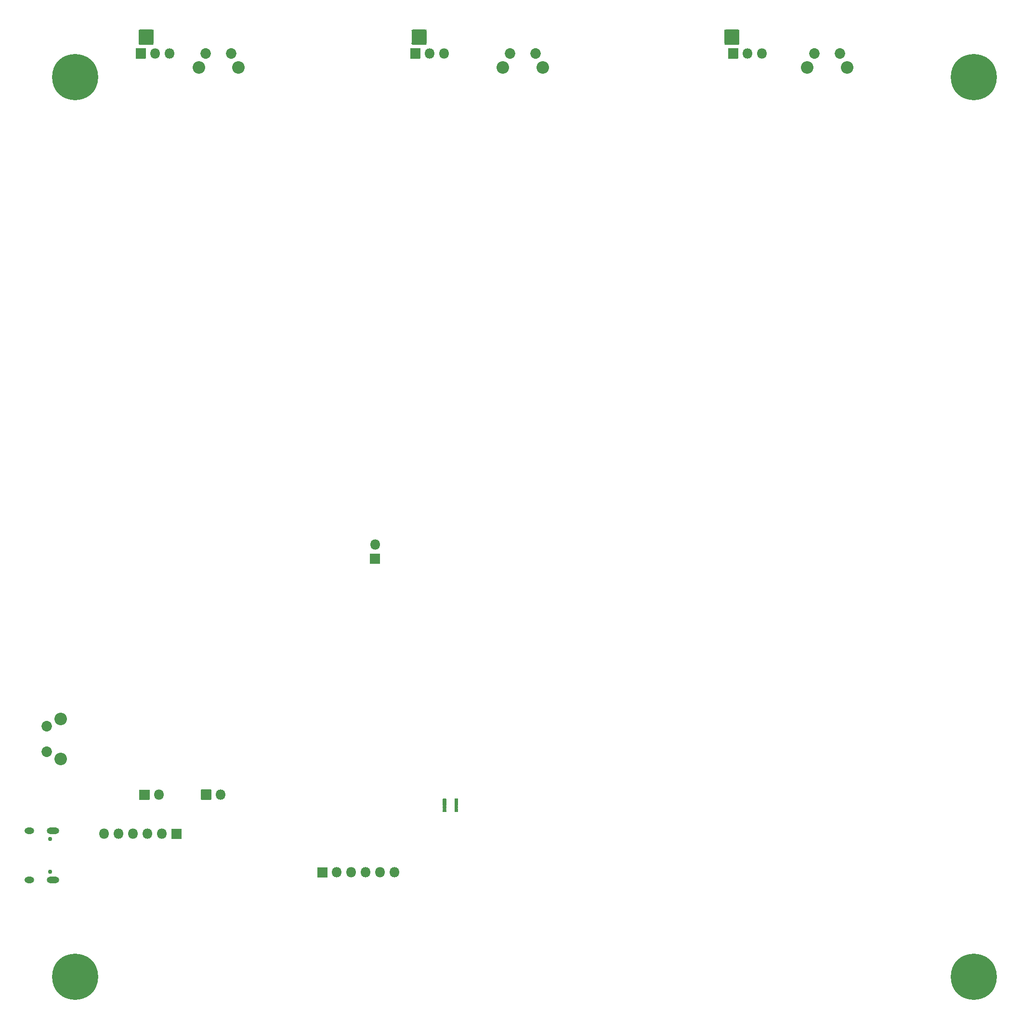
<source format=gbr>
G04 #@! TF.GenerationSoftware,KiCad,Pcbnew,(5.1.9)-1*
G04 #@! TF.CreationDate,2021-02-28T22:53:05+01:00*
G04 #@! TF.ProjectId,DPCM-map,4450434d-2d6d-4617-902e-6b696361645f,rev?*
G04 #@! TF.SameCoordinates,Original*
G04 #@! TF.FileFunction,Soldermask,Bot*
G04 #@! TF.FilePolarity,Negative*
%FSLAX46Y46*%
G04 Gerber Fmt 4.6, Leading zero omitted, Abs format (unit mm)*
G04 Created by KiCad (PCBNEW (5.1.9)-1) date 2021-02-28 22:53:05*
%MOMM*%
%LPD*%
G01*
G04 APERTURE LIST*
%ADD10O,1.802000X1.802000*%
%ADD11C,1.002000*%
%ADD12C,8.102000*%
%ADD13C,2.202000*%
%ADD14C,1.852000*%
%ADD15O,2.202000X1.102000*%
%ADD16C,0.752000*%
%ADD17O,1.702000X1.102000*%
%ADD18C,0.100000*%
G04 APERTURE END LIST*
G36*
G01*
X185174000Y-187190000D02*
X185174000Y-186840000D01*
G75*
G02*
X185225000Y-186789000I51000J0D01*
G01*
X185725000Y-186789000D01*
G75*
G02*
X185776000Y-186840000I0J-51000D01*
G01*
X185776000Y-187190000D01*
G75*
G02*
X185725000Y-187241000I-51000J0D01*
G01*
X185225000Y-187241000D01*
G75*
G02*
X185174000Y-187190000I0J51000D01*
G01*
G37*
G36*
G01*
X185174000Y-187840000D02*
X185174000Y-187490000D01*
G75*
G02*
X185225000Y-187439000I51000J0D01*
G01*
X185725000Y-187439000D01*
G75*
G02*
X185776000Y-187490000I0J-51000D01*
G01*
X185776000Y-187840000D01*
G75*
G02*
X185725000Y-187891000I-51000J0D01*
G01*
X185225000Y-187891000D01*
G75*
G02*
X185174000Y-187840000I0J51000D01*
G01*
G37*
G36*
G01*
X185174000Y-188490000D02*
X185174000Y-188140000D01*
G75*
G02*
X185225000Y-188089000I51000J0D01*
G01*
X185725000Y-188089000D01*
G75*
G02*
X185776000Y-188140000I0J-51000D01*
G01*
X185776000Y-188490000D01*
G75*
G02*
X185725000Y-188541000I-51000J0D01*
G01*
X185225000Y-188541000D01*
G75*
G02*
X185174000Y-188490000I0J51000D01*
G01*
G37*
G36*
G01*
X185174000Y-189140000D02*
X185174000Y-188790000D01*
G75*
G02*
X185225000Y-188739000I51000J0D01*
G01*
X185725000Y-188739000D01*
G75*
G02*
X185776000Y-188790000I0J-51000D01*
G01*
X185776000Y-189140000D01*
G75*
G02*
X185725000Y-189191000I-51000J0D01*
G01*
X185225000Y-189191000D01*
G75*
G02*
X185174000Y-189140000I0J51000D01*
G01*
G37*
G36*
G01*
X187224000Y-189140000D02*
X187224000Y-188790000D01*
G75*
G02*
X187275000Y-188739000I51000J0D01*
G01*
X187775000Y-188739000D01*
G75*
G02*
X187826000Y-188790000I0J-51000D01*
G01*
X187826000Y-189140000D01*
G75*
G02*
X187775000Y-189191000I-51000J0D01*
G01*
X187275000Y-189191000D01*
G75*
G02*
X187224000Y-189140000I0J51000D01*
G01*
G37*
G36*
G01*
X187224000Y-188490000D02*
X187224000Y-188140000D01*
G75*
G02*
X187275000Y-188089000I51000J0D01*
G01*
X187775000Y-188089000D01*
G75*
G02*
X187826000Y-188140000I0J-51000D01*
G01*
X187826000Y-188490000D01*
G75*
G02*
X187775000Y-188541000I-51000J0D01*
G01*
X187275000Y-188541000D01*
G75*
G02*
X187224000Y-188490000I0J51000D01*
G01*
G37*
G36*
G01*
X187224000Y-187840000D02*
X187224000Y-187490000D01*
G75*
G02*
X187275000Y-187439000I51000J0D01*
G01*
X187775000Y-187439000D01*
G75*
G02*
X187826000Y-187490000I0J-51000D01*
G01*
X187826000Y-187840000D01*
G75*
G02*
X187775000Y-187891000I-51000J0D01*
G01*
X187275000Y-187891000D01*
G75*
G02*
X187224000Y-187840000I0J51000D01*
G01*
G37*
G36*
G01*
X187224000Y-187190000D02*
X187224000Y-186840000D01*
G75*
G02*
X187275000Y-186789000I51000J0D01*
G01*
X187775000Y-186789000D01*
G75*
G02*
X187826000Y-186840000I0J-51000D01*
G01*
X187826000Y-187190000D01*
G75*
G02*
X187775000Y-187241000I-51000J0D01*
G01*
X187275000Y-187241000D01*
G75*
G02*
X187224000Y-187190000I0J51000D01*
G01*
G37*
D10*
X137160000Y-55880000D03*
X134620000Y-55880000D03*
G36*
G01*
X132930000Y-56781000D02*
X131230000Y-56781000D01*
G75*
G02*
X131179000Y-56730000I0J51000D01*
G01*
X131179000Y-55030000D01*
G75*
G02*
X131230000Y-54979000I51000J0D01*
G01*
X132930000Y-54979000D01*
G75*
G02*
X132981000Y-55030000I0J-51000D01*
G01*
X132981000Y-56730000D01*
G75*
G02*
X132930000Y-56781000I-51000J0D01*
G01*
G37*
X185420000Y-55880000D03*
X182880000Y-55880000D03*
G36*
G01*
X181190000Y-56781000D02*
X179490000Y-56781000D01*
G75*
G02*
X179439000Y-56730000I0J51000D01*
G01*
X179439000Y-55030000D01*
G75*
G02*
X179490000Y-54979000I51000J0D01*
G01*
X181190000Y-54979000D01*
G75*
G02*
X181241000Y-55030000I0J-51000D01*
G01*
X181241000Y-56730000D01*
G75*
G02*
X181190000Y-56781000I-51000J0D01*
G01*
G37*
G36*
G01*
X237070000Y-56781000D02*
X235370000Y-56781000D01*
G75*
G02*
X235319000Y-56730000I0J51000D01*
G01*
X235319000Y-55030000D01*
G75*
G02*
X235370000Y-54979000I51000J0D01*
G01*
X237070000Y-54979000D01*
G75*
G02*
X237121000Y-55030000I0J-51000D01*
G01*
X237121000Y-56730000D01*
G75*
G02*
X237070000Y-56781000I-51000J0D01*
G01*
G37*
X238760000Y-55880000D03*
X241300000Y-55880000D03*
D11*
X280621320Y-215948680D03*
X278500000Y-215070000D03*
X276378680Y-215948680D03*
X275500000Y-218070000D03*
X276378680Y-220191320D03*
X278500000Y-221070000D03*
X280621320Y-220191320D03*
X281500000Y-218070000D03*
D12*
X278500000Y-218070000D03*
D11*
X280621320Y-57878680D03*
X278500000Y-57000000D03*
X276378680Y-57878680D03*
X275500000Y-60000000D03*
X276378680Y-62121320D03*
X278500000Y-63000000D03*
X280621320Y-62121320D03*
X281500000Y-60000000D03*
D12*
X278500000Y-60000000D03*
D11*
X122641320Y-215948680D03*
X120520000Y-215070000D03*
X118398680Y-215948680D03*
X117520000Y-218070000D03*
X118398680Y-220191320D03*
X120520000Y-221070000D03*
X122641320Y-220191320D03*
X123520000Y-218070000D03*
D12*
X120520000Y-218070000D03*
D11*
X122641320Y-57878680D03*
X120520000Y-57000000D03*
X118398680Y-57878680D03*
X117520000Y-60000000D03*
X118398680Y-62121320D03*
X120520000Y-63000000D03*
X122641320Y-62121320D03*
X123520000Y-60000000D03*
D12*
X120520000Y-60000000D03*
D10*
X176700000Y-199750000D03*
X174160000Y-199750000D03*
X171620000Y-199750000D03*
X169080000Y-199750000D03*
X166540000Y-199750000D03*
G36*
G01*
X164850000Y-200651000D02*
X163150000Y-200651000D01*
G75*
G02*
X163099000Y-200600000I0J51000D01*
G01*
X163099000Y-198900000D01*
G75*
G02*
X163150000Y-198849000I51000J0D01*
G01*
X164850000Y-198849000D01*
G75*
G02*
X164901000Y-198900000I0J-51000D01*
G01*
X164901000Y-200600000D01*
G75*
G02*
X164850000Y-200651000I-51000J0D01*
G01*
G37*
D13*
X142250000Y-58340000D03*
D14*
X143500000Y-55850000D03*
X148000000Y-55850000D03*
D13*
X149260000Y-58340000D03*
X195750000Y-58340000D03*
D14*
X197000000Y-55850000D03*
X201500000Y-55850000D03*
D13*
X202760000Y-58340000D03*
X249250000Y-58340000D03*
D14*
X250500000Y-55850000D03*
X255000000Y-55850000D03*
D13*
X256260000Y-58340000D03*
X117990000Y-179850000D03*
D14*
X115500000Y-178600000D03*
X115500000Y-174100000D03*
D13*
X117990000Y-172840000D03*
D10*
X173260000Y-142130000D03*
G36*
G01*
X174161000Y-143820000D02*
X174161000Y-145520000D01*
G75*
G02*
X174110000Y-145571000I-51000J0D01*
G01*
X172410000Y-145571000D01*
G75*
G02*
X172359000Y-145520000I0J51000D01*
G01*
X172359000Y-143820000D01*
G75*
G02*
X172410000Y-143769000I51000J0D01*
G01*
X174110000Y-143769000D01*
G75*
G02*
X174161000Y-143820000I0J-51000D01*
G01*
G37*
D15*
X116630000Y-201120000D03*
X116630000Y-192480000D03*
D16*
X116100000Y-193910000D03*
D17*
X112450000Y-192480000D03*
D16*
X116100000Y-199690000D03*
D17*
X112450000Y-201120000D03*
D10*
X146100000Y-186095000D03*
G36*
G01*
X144410000Y-186996000D02*
X142710000Y-186996000D01*
G75*
G02*
X142659000Y-186945000I0J51000D01*
G01*
X142659000Y-185245000D01*
G75*
G02*
X142710000Y-185194000I51000J0D01*
G01*
X144410000Y-185194000D01*
G75*
G02*
X144461000Y-185245000I0J-51000D01*
G01*
X144461000Y-186945000D01*
G75*
G02*
X144410000Y-186996000I-51000J0D01*
G01*
G37*
G36*
G01*
X131674000Y-54066002D02*
X131674000Y-51933998D01*
G75*
G02*
X131933998Y-51674000I259998J0D01*
G01*
X134066002Y-51674000D01*
G75*
G02*
X134326000Y-51933998I0J-259998D01*
G01*
X134326000Y-54066002D01*
G75*
G02*
X134066002Y-54326000I-259998J0D01*
G01*
X131933998Y-54326000D01*
G75*
G02*
X131674000Y-54066002I0J259998D01*
G01*
G37*
G36*
G01*
X179674000Y-54066002D02*
X179674000Y-51933998D01*
G75*
G02*
X179933998Y-51674000I259998J0D01*
G01*
X182066002Y-51674000D01*
G75*
G02*
X182326000Y-51933998I0J-259998D01*
G01*
X182326000Y-54066002D01*
G75*
G02*
X182066002Y-54326000I-259998J0D01*
G01*
X179933998Y-54326000D01*
G75*
G02*
X179674000Y-54066002I0J259998D01*
G01*
G37*
G36*
G01*
X234674000Y-54066002D02*
X234674000Y-51933998D01*
G75*
G02*
X234933998Y-51674000I259998J0D01*
G01*
X237066002Y-51674000D01*
G75*
G02*
X237326000Y-51933998I0J-259998D01*
G01*
X237326000Y-54066002D01*
G75*
G02*
X237066002Y-54326000I-259998J0D01*
G01*
X234933998Y-54326000D01*
G75*
G02*
X234674000Y-54066002I0J259998D01*
G01*
G37*
X125630000Y-192980000D03*
X128170000Y-192980000D03*
X130710000Y-192980000D03*
X133250000Y-192980000D03*
X135790000Y-192980000D03*
G36*
G01*
X137480000Y-192079000D02*
X139180000Y-192079000D01*
G75*
G02*
X139231000Y-192130000I0J-51000D01*
G01*
X139231000Y-193830000D01*
G75*
G02*
X139180000Y-193881000I-51000J0D01*
G01*
X137480000Y-193881000D01*
G75*
G02*
X137429000Y-193830000I0J51000D01*
G01*
X137429000Y-192130000D01*
G75*
G02*
X137480000Y-192079000I51000J0D01*
G01*
G37*
X135260000Y-186135000D03*
G36*
G01*
X133570000Y-187036000D02*
X131870000Y-187036000D01*
G75*
G02*
X131819000Y-186985000I0J51000D01*
G01*
X131819000Y-185285000D01*
G75*
G02*
X131870000Y-185234000I51000J0D01*
G01*
X133570000Y-185234000D01*
G75*
G02*
X133621000Y-185285000I0J-51000D01*
G01*
X133621000Y-186985000D01*
G75*
G02*
X133570000Y-187036000I-51000J0D01*
G01*
G37*
D18*
G36*
X187827732Y-188540000D02*
G01*
X187828000Y-188541000D01*
X187828000Y-188739000D01*
X187827000Y-188740732D01*
X187826000Y-188741000D01*
X187224000Y-188741000D01*
X187222268Y-188740000D01*
X187222000Y-188739000D01*
X187222000Y-188541000D01*
X187223000Y-188539268D01*
X187224000Y-188539000D01*
X187826000Y-188539000D01*
X187827732Y-188540000D01*
G37*
G36*
X185777732Y-188540000D02*
G01*
X185778000Y-188541000D01*
X185778000Y-188739000D01*
X185777000Y-188740732D01*
X185776000Y-188741000D01*
X185174000Y-188741000D01*
X185172268Y-188740000D01*
X185172000Y-188739000D01*
X185172000Y-188541000D01*
X185173000Y-188539268D01*
X185174000Y-188539000D01*
X185776000Y-188539000D01*
X185777732Y-188540000D01*
G37*
G36*
X185777732Y-187890000D02*
G01*
X185778000Y-187891000D01*
X185778000Y-188089000D01*
X185777000Y-188090732D01*
X185776000Y-188091000D01*
X185174000Y-188091000D01*
X185172268Y-188090000D01*
X185172000Y-188089000D01*
X185172000Y-187891000D01*
X185173000Y-187889268D01*
X185174000Y-187889000D01*
X185776000Y-187889000D01*
X185777732Y-187890000D01*
G37*
G36*
X187827732Y-187890000D02*
G01*
X187828000Y-187891000D01*
X187828000Y-188089000D01*
X187827000Y-188090732D01*
X187826000Y-188091000D01*
X187224000Y-188091000D01*
X187222268Y-188090000D01*
X187222000Y-188089000D01*
X187222000Y-187891000D01*
X187223000Y-187889268D01*
X187224000Y-187889000D01*
X187826000Y-187889000D01*
X187827732Y-187890000D01*
G37*
G36*
X185777732Y-187240000D02*
G01*
X185778000Y-187241000D01*
X185778000Y-187439000D01*
X185777000Y-187440732D01*
X185776000Y-187441000D01*
X185174000Y-187441000D01*
X185172268Y-187440000D01*
X185172000Y-187439000D01*
X185172000Y-187241000D01*
X185173000Y-187239268D01*
X185174000Y-187239000D01*
X185776000Y-187239000D01*
X185777732Y-187240000D01*
G37*
G36*
X187827732Y-187240000D02*
G01*
X187828000Y-187241000D01*
X187828000Y-187439000D01*
X187827000Y-187440732D01*
X187826000Y-187441000D01*
X187224000Y-187441000D01*
X187222268Y-187440000D01*
X187222000Y-187439000D01*
X187222000Y-187241000D01*
X187223000Y-187239268D01*
X187224000Y-187239000D01*
X187826000Y-187239000D01*
X187827732Y-187240000D01*
G37*
G36*
X179675990Y-54065806D02*
G01*
X179680966Y-54116330D01*
X179695648Y-54164730D01*
X179719489Y-54209333D01*
X179751573Y-54248427D01*
X179790667Y-54280511D01*
X179835270Y-54304352D01*
X179883670Y-54319034D01*
X179934194Y-54324010D01*
X179935820Y-54325175D01*
X179935624Y-54327165D01*
X179933998Y-54328000D01*
X179839650Y-54328000D01*
X179839454Y-54327990D01*
X179802314Y-54324332D01*
X179801929Y-54324256D01*
X179772117Y-54315213D01*
X179771755Y-54315063D01*
X179744282Y-54300378D01*
X179743956Y-54300160D01*
X179719877Y-54280400D01*
X179719600Y-54280123D01*
X179699840Y-54256044D01*
X179699622Y-54255718D01*
X179684937Y-54228245D01*
X179684787Y-54227883D01*
X179675744Y-54198071D01*
X179675668Y-54197686D01*
X179672010Y-54160546D01*
X179672000Y-54160350D01*
X179672000Y-54066002D01*
X179673000Y-54064270D01*
X179675000Y-54064270D01*
X179675990Y-54065806D01*
G37*
G36*
X134327165Y-54064376D02*
G01*
X134328000Y-54066002D01*
X134328000Y-54160350D01*
X134327990Y-54160546D01*
X134324332Y-54197686D01*
X134324256Y-54198071D01*
X134315213Y-54227883D01*
X134315063Y-54228245D01*
X134300378Y-54255718D01*
X134300160Y-54256044D01*
X134280400Y-54280123D01*
X134280123Y-54280400D01*
X134256044Y-54300160D01*
X134255718Y-54300378D01*
X134228245Y-54315063D01*
X134227883Y-54315213D01*
X134198071Y-54324256D01*
X134197686Y-54324332D01*
X134160546Y-54327990D01*
X134160350Y-54328000D01*
X134066002Y-54328000D01*
X134064270Y-54327000D01*
X134064270Y-54325000D01*
X134065806Y-54324010D01*
X134116330Y-54319034D01*
X134164730Y-54304352D01*
X134209333Y-54280511D01*
X134248427Y-54248427D01*
X134280511Y-54209333D01*
X134304352Y-54164730D01*
X134319034Y-54116330D01*
X134324010Y-54065806D01*
X134325175Y-54064180D01*
X134327165Y-54064376D01*
G37*
G36*
X131675990Y-54065806D02*
G01*
X131680966Y-54116330D01*
X131695648Y-54164730D01*
X131719489Y-54209333D01*
X131751573Y-54248427D01*
X131790667Y-54280511D01*
X131835270Y-54304352D01*
X131883670Y-54319034D01*
X131934194Y-54324010D01*
X131935820Y-54325175D01*
X131935624Y-54327165D01*
X131933998Y-54328000D01*
X131839650Y-54328000D01*
X131839454Y-54327990D01*
X131802314Y-54324332D01*
X131801929Y-54324256D01*
X131772117Y-54315213D01*
X131771755Y-54315063D01*
X131744282Y-54300378D01*
X131743956Y-54300160D01*
X131719877Y-54280400D01*
X131719600Y-54280123D01*
X131699840Y-54256044D01*
X131699622Y-54255718D01*
X131684937Y-54228245D01*
X131684787Y-54227883D01*
X131675744Y-54198071D01*
X131675668Y-54197686D01*
X131672010Y-54160546D01*
X131672000Y-54160350D01*
X131672000Y-54066002D01*
X131673000Y-54064270D01*
X131675000Y-54064270D01*
X131675990Y-54065806D01*
G37*
G36*
X237327165Y-54064376D02*
G01*
X237328000Y-54066002D01*
X237328000Y-54160350D01*
X237327990Y-54160546D01*
X237324332Y-54197686D01*
X237324256Y-54198071D01*
X237315213Y-54227883D01*
X237315063Y-54228245D01*
X237300378Y-54255718D01*
X237300160Y-54256044D01*
X237280400Y-54280123D01*
X237280123Y-54280400D01*
X237256044Y-54300160D01*
X237255718Y-54300378D01*
X237228245Y-54315063D01*
X237227883Y-54315213D01*
X237198071Y-54324256D01*
X237197686Y-54324332D01*
X237160546Y-54327990D01*
X237160350Y-54328000D01*
X237066002Y-54328000D01*
X237064270Y-54327000D01*
X237064270Y-54325000D01*
X237065806Y-54324010D01*
X237116330Y-54319034D01*
X237164730Y-54304352D01*
X237209333Y-54280511D01*
X237248427Y-54248427D01*
X237280511Y-54209333D01*
X237304352Y-54164730D01*
X237319034Y-54116330D01*
X237324010Y-54065806D01*
X237325175Y-54064180D01*
X237327165Y-54064376D01*
G37*
G36*
X234675990Y-54065806D02*
G01*
X234680966Y-54116330D01*
X234695648Y-54164730D01*
X234719489Y-54209333D01*
X234751573Y-54248427D01*
X234790667Y-54280511D01*
X234835270Y-54304352D01*
X234883670Y-54319034D01*
X234934194Y-54324010D01*
X234935820Y-54325175D01*
X234935624Y-54327165D01*
X234933998Y-54328000D01*
X234839650Y-54328000D01*
X234839454Y-54327990D01*
X234802314Y-54324332D01*
X234801929Y-54324256D01*
X234772117Y-54315213D01*
X234771755Y-54315063D01*
X234744282Y-54300378D01*
X234743956Y-54300160D01*
X234719877Y-54280400D01*
X234719600Y-54280123D01*
X234699840Y-54256044D01*
X234699622Y-54255718D01*
X234684937Y-54228245D01*
X234684787Y-54227883D01*
X234675744Y-54198071D01*
X234675668Y-54197686D01*
X234672010Y-54160546D01*
X234672000Y-54160350D01*
X234672000Y-54066002D01*
X234673000Y-54064270D01*
X234675000Y-54064270D01*
X234675990Y-54065806D01*
G37*
G36*
X182327165Y-54064376D02*
G01*
X182328000Y-54066002D01*
X182328000Y-54160350D01*
X182327990Y-54160546D01*
X182324332Y-54197686D01*
X182324256Y-54198071D01*
X182315213Y-54227883D01*
X182315063Y-54228245D01*
X182300378Y-54255718D01*
X182300160Y-54256044D01*
X182280400Y-54280123D01*
X182280123Y-54280400D01*
X182256044Y-54300160D01*
X182255718Y-54300378D01*
X182228245Y-54315063D01*
X182227883Y-54315213D01*
X182198071Y-54324256D01*
X182197686Y-54324332D01*
X182160546Y-54327990D01*
X182160350Y-54328000D01*
X182066002Y-54328000D01*
X182064270Y-54327000D01*
X182064270Y-54325000D01*
X182065806Y-54324010D01*
X182116330Y-54319034D01*
X182164730Y-54304352D01*
X182209333Y-54280511D01*
X182248427Y-54248427D01*
X182280511Y-54209333D01*
X182304352Y-54164730D01*
X182319034Y-54116330D01*
X182324010Y-54065806D01*
X182325175Y-54064180D01*
X182327165Y-54064376D01*
G37*
G36*
X131935730Y-51673000D02*
G01*
X131935730Y-51675000D01*
X131934194Y-51675990D01*
X131883670Y-51680966D01*
X131835270Y-51695648D01*
X131790667Y-51719489D01*
X131751573Y-51751573D01*
X131719489Y-51790667D01*
X131695648Y-51835270D01*
X131680966Y-51883670D01*
X131675990Y-51934194D01*
X131674825Y-51935820D01*
X131672835Y-51935624D01*
X131672000Y-51933998D01*
X131672000Y-51839650D01*
X131672010Y-51839454D01*
X131675668Y-51802314D01*
X131675744Y-51801929D01*
X131684787Y-51772117D01*
X131684937Y-51771755D01*
X131699622Y-51744282D01*
X131699840Y-51743956D01*
X131719600Y-51719877D01*
X131719877Y-51719600D01*
X131743956Y-51699840D01*
X131744282Y-51699622D01*
X131771755Y-51684937D01*
X131772117Y-51684787D01*
X131801929Y-51675744D01*
X131802314Y-51675668D01*
X131839454Y-51672010D01*
X131839650Y-51672000D01*
X131933998Y-51672000D01*
X131935730Y-51673000D01*
G37*
G36*
X179935730Y-51673000D02*
G01*
X179935730Y-51675000D01*
X179934194Y-51675990D01*
X179883670Y-51680966D01*
X179835270Y-51695648D01*
X179790667Y-51719489D01*
X179751573Y-51751573D01*
X179719489Y-51790667D01*
X179695648Y-51835270D01*
X179680966Y-51883670D01*
X179675990Y-51934194D01*
X179674825Y-51935820D01*
X179672835Y-51935624D01*
X179672000Y-51933998D01*
X179672000Y-51839650D01*
X179672010Y-51839454D01*
X179675668Y-51802314D01*
X179675744Y-51801929D01*
X179684787Y-51772117D01*
X179684937Y-51771755D01*
X179699622Y-51744282D01*
X179699840Y-51743956D01*
X179719600Y-51719877D01*
X179719877Y-51719600D01*
X179743956Y-51699840D01*
X179744282Y-51699622D01*
X179771755Y-51684937D01*
X179772117Y-51684787D01*
X179801929Y-51675744D01*
X179802314Y-51675668D01*
X179839454Y-51672010D01*
X179839650Y-51672000D01*
X179933998Y-51672000D01*
X179935730Y-51673000D01*
G37*
G36*
X234935730Y-51673000D02*
G01*
X234935730Y-51675000D01*
X234934194Y-51675990D01*
X234883670Y-51680966D01*
X234835270Y-51695648D01*
X234790667Y-51719489D01*
X234751573Y-51751573D01*
X234719489Y-51790667D01*
X234695648Y-51835270D01*
X234680966Y-51883670D01*
X234675990Y-51934194D01*
X234674825Y-51935820D01*
X234672835Y-51935624D01*
X234672000Y-51933998D01*
X234672000Y-51839650D01*
X234672010Y-51839454D01*
X234675668Y-51802314D01*
X234675744Y-51801929D01*
X234684787Y-51772117D01*
X234684937Y-51771755D01*
X234699622Y-51744282D01*
X234699840Y-51743956D01*
X234719600Y-51719877D01*
X234719877Y-51719600D01*
X234743956Y-51699840D01*
X234744282Y-51699622D01*
X234771755Y-51684937D01*
X234772117Y-51684787D01*
X234801929Y-51675744D01*
X234802314Y-51675668D01*
X234839454Y-51672010D01*
X234839650Y-51672000D01*
X234933998Y-51672000D01*
X234935730Y-51673000D01*
G37*
G36*
X134160546Y-51672010D02*
G01*
X134197686Y-51675668D01*
X134198071Y-51675744D01*
X134227883Y-51684787D01*
X134228245Y-51684937D01*
X134255718Y-51699622D01*
X134256044Y-51699840D01*
X134280123Y-51719600D01*
X134280400Y-51719877D01*
X134300160Y-51743956D01*
X134300378Y-51744282D01*
X134315063Y-51771755D01*
X134315213Y-51772117D01*
X134324256Y-51801929D01*
X134324332Y-51802314D01*
X134327990Y-51839454D01*
X134328000Y-51839650D01*
X134328000Y-51933998D01*
X134327000Y-51935730D01*
X134325000Y-51935730D01*
X134324010Y-51934194D01*
X134319034Y-51883670D01*
X134304352Y-51835270D01*
X134280511Y-51790667D01*
X134248427Y-51751573D01*
X134209333Y-51719489D01*
X134164730Y-51695648D01*
X134116330Y-51680966D01*
X134065806Y-51675990D01*
X134064180Y-51674825D01*
X134064376Y-51672835D01*
X134066002Y-51672000D01*
X134160350Y-51672000D01*
X134160546Y-51672010D01*
G37*
G36*
X182160546Y-51672010D02*
G01*
X182197686Y-51675668D01*
X182198071Y-51675744D01*
X182227883Y-51684787D01*
X182228245Y-51684937D01*
X182255718Y-51699622D01*
X182256044Y-51699840D01*
X182280123Y-51719600D01*
X182280400Y-51719877D01*
X182300160Y-51743956D01*
X182300378Y-51744282D01*
X182315063Y-51771755D01*
X182315213Y-51772117D01*
X182324256Y-51801929D01*
X182324332Y-51802314D01*
X182327990Y-51839454D01*
X182328000Y-51839650D01*
X182328000Y-51933998D01*
X182327000Y-51935730D01*
X182325000Y-51935730D01*
X182324010Y-51934194D01*
X182319034Y-51883670D01*
X182304352Y-51835270D01*
X182280511Y-51790667D01*
X182248427Y-51751573D01*
X182209333Y-51719489D01*
X182164730Y-51695648D01*
X182116330Y-51680966D01*
X182065806Y-51675990D01*
X182064180Y-51674825D01*
X182064376Y-51672835D01*
X182066002Y-51672000D01*
X182160350Y-51672000D01*
X182160546Y-51672010D01*
G37*
G36*
X237160546Y-51672010D02*
G01*
X237197686Y-51675668D01*
X237198071Y-51675744D01*
X237227883Y-51684787D01*
X237228245Y-51684937D01*
X237255718Y-51699622D01*
X237256044Y-51699840D01*
X237280123Y-51719600D01*
X237280400Y-51719877D01*
X237300160Y-51743956D01*
X237300378Y-51744282D01*
X237315063Y-51771755D01*
X237315213Y-51772117D01*
X237324256Y-51801929D01*
X237324332Y-51802314D01*
X237327990Y-51839454D01*
X237328000Y-51839650D01*
X237328000Y-51933998D01*
X237327000Y-51935730D01*
X237325000Y-51935730D01*
X237324010Y-51934194D01*
X237319034Y-51883670D01*
X237304352Y-51835270D01*
X237280511Y-51790667D01*
X237248427Y-51751573D01*
X237209333Y-51719489D01*
X237164730Y-51695648D01*
X237116330Y-51680966D01*
X237065806Y-51675990D01*
X237064180Y-51674825D01*
X237064376Y-51672835D01*
X237066002Y-51672000D01*
X237160350Y-51672000D01*
X237160546Y-51672010D01*
G37*
M02*

</source>
